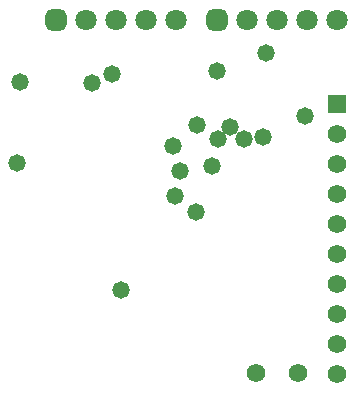
<source format=gbs>
G04*
G04 #@! TF.GenerationSoftware,Altium Limited,Altium Designer,24.7.2 (38)*
G04*
G04 Layer_Color=16711935*
%FSLAX44Y44*%
%MOMM*%
G71*
G04*
G04 #@! TF.SameCoordinates,1ABB164B-B226-434E-8602-407845119EEE*
G04*
G04*
G04 #@! TF.FilePolarity,Negative*
G04*
G01*
G75*
%ADD34C,1.5700*%
%ADD35R,1.5660X1.5660*%
%ADD36C,1.5660*%
%ADD37C,1.8032*%
G04:AMPARAMS|DCode=38|XSize=1.8032mm|YSize=1.8032mm|CornerRadius=0.5016mm|HoleSize=0mm|Usage=FLASHONLY|Rotation=0.000|XOffset=0mm|YOffset=0mm|HoleType=Round|Shape=RoundedRectangle|*
%AMROUNDEDRECTD38*
21,1,1.8032,0.8000,0,0,0.0*
21,1,0.8000,1.8032,0,0,0.0*
1,1,1.0032,0.4000,-0.4000*
1,1,1.0032,-0.4000,-0.4000*
1,1,1.0032,-0.4000,0.4000*
1,1,1.0032,0.4000,0.4000*
%
%ADD38ROUNDEDRECTD38*%
%ADD39C,1.4732*%
D34*
X1092200Y394970D02*
D03*
X1056640D02*
D03*
D35*
X1125220Y622300D02*
D03*
D36*
Y596900D02*
D03*
Y571500D02*
D03*
Y546100D02*
D03*
Y520700D02*
D03*
Y495300D02*
D03*
Y469900D02*
D03*
Y444500D02*
D03*
Y419100D02*
D03*
Y393700D02*
D03*
D37*
X1074420Y693420D02*
D03*
X1049020D02*
D03*
X1099820D02*
D03*
X1125220D02*
D03*
X938530D02*
D03*
X913130D02*
D03*
X963930D02*
D03*
X989330D02*
D03*
D38*
X1023620D02*
D03*
X887730D02*
D03*
D39*
X992505Y565785D02*
D03*
X988060Y544830D02*
D03*
X1098550Y612140D02*
D03*
X1062943Y594407D02*
D03*
X1005840Y530860D02*
D03*
X1035050Y603250D02*
D03*
X1024890Y593090D02*
D03*
X1007110Y604520D02*
D03*
X1046480Y593090D02*
D03*
X1019810Y570230D02*
D03*
X1065530Y665480D02*
D03*
X1023620Y650240D02*
D03*
X934720Y647700D02*
D03*
X918210Y640080D02*
D03*
X854710Y572770D02*
D03*
X986790Y586740D02*
D03*
X857250Y641350D02*
D03*
X942340Y464820D02*
D03*
M02*

</source>
